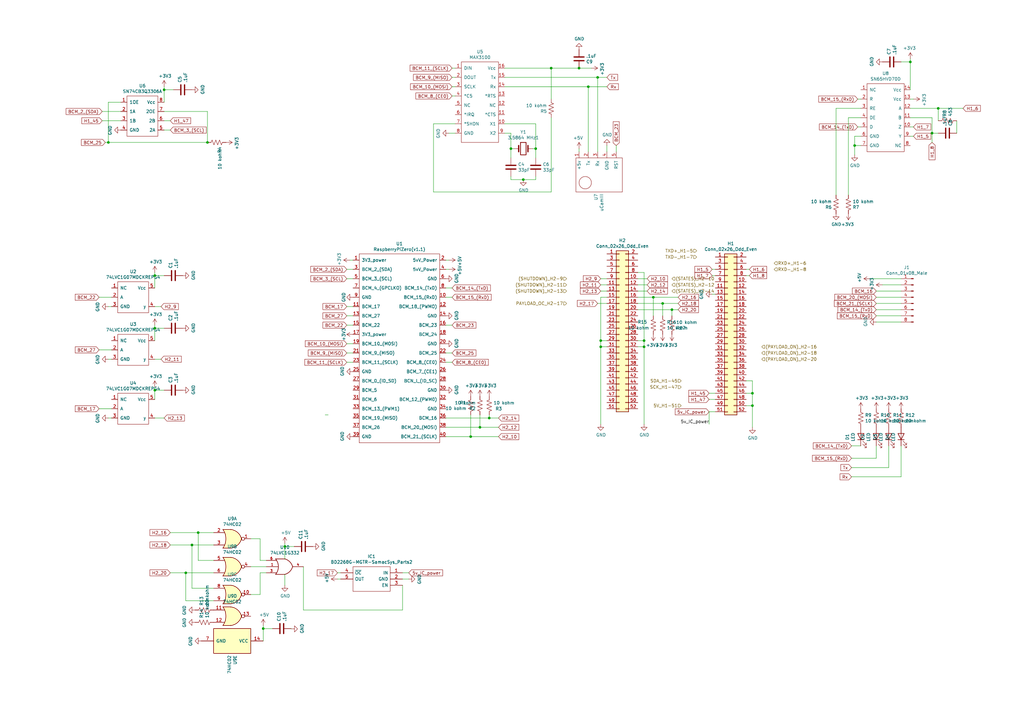
<source format=kicad_sch>
(kicad_sch (version 20211123) (generator eeschema)
  (paper "A3")
  (junction (at 196.85 175.26))
  (junction (at 241.3 35.56))
  (junction (at 382.27 54.61))
  (junction (at 219.71 60.96))
  (junction (at 237.49 27.94))
  (junction (at 116.84 224.155))
  (junction (at 308.61 161.29))
  (junction (at 275.59 127))
  (junction (at 350.52 59.69))
  (junction (at 373.38 25.4))
  (junction (at 200.66 171.45))
  (junction (at 63.5 134.62))
  (junction (at 384.81 44.45))
  (junction (at 246.38 139.7))
  (junction (at 308.61 166.37))
  (junction (at 271.78 124.46))
  (junction (at 78.74 223.52))
  (junction (at 193.04 179.07))
  (junction (at 226.06 27.94))
  (junction (at 67.31 36.83))
  (junction (at 267.97 121.92))
  (junction (at 63.5 160.02))
  (junction (at 81.28 218.44))
  (junction (at 85.09 58.42))
  (junction (at 44.45 58.42))
  (junction (at 264.16 142.24))
  (junction (at 209.55 60.96))
  (junction (at 63.5 113.03))
  (junction (at 76.2 234.95))
  (junction (at 264.16 139.7))
  (junction (at 107.95 257.81))
  (junction (at 214.63 73.66))
  (junction (at 245.11 31.75))
  (junction (at 246.38 142.24))
  (wire (pts (xy 107.95 257.81) (xy 107.95 262.89)))
  (wire (pts (xy 63.5 113.03) (xy 63.5 111.76)))
  (wire (pts (xy 78.74 241.3) (xy 87.63 241.3)))
  (wire (pts (xy 142.24 110.49) (xy 144.78 110.49)))
  (wire (pts (xy 359.41 121.92) (xy 369.57 121.92)))
  (wire (pts (xy 242.57 27.94) (xy 237.49 27.94)))
  (wire (pts (xy 67.31 36.83) (xy 71.12 36.83)))
  (wire (pts (xy 116.84 229.235) (xy 116.84 224.155)))
  (wire (pts (xy 351.79 52.07) (xy 353.06 52.07)))
  (wire (pts (xy 369.57 195.58) (xy 369.57 182.88)))
  (wire (pts (xy 382.27 48.26) (xy 382.27 54.61)))
  (wire (pts (xy 186.69 50.8) (xy 177.8 50.8)))
  (wire (pts (xy 342.9 44.45) (xy 353.06 44.45)))
  (wire (pts (xy 63.5 113.03) (xy 67.31 113.03)))
  (wire (pts (xy 210.82 60.96) (xy 209.55 60.96)))
  (wire (pts (xy 349.25 187.96) (xy 359.41 187.96)))
  (wire (pts (xy 193.04 170.18) (xy 193.04 179.07)))
  (wire (pts (xy 142.24 144.78) (xy 144.78 144.78)))
  (wire (pts (xy 209.55 73.66) (xy 209.55 72.39)))
  (wire (pts (xy 44.45 125.73) (xy 45.72 125.73)))
  (wire (pts (xy 248.92 139.7) (xy 246.38 139.7)))
  (wire (pts (xy 207.01 50.8) (xy 219.71 50.8)))
  (wire (pts (xy 209.55 54.61) (xy 207.01 54.61)))
  (wire (pts (xy 306.07 110.49) (xy 307.34 110.49)))
  (wire (pts (xy 76.2 234.95) (xy 87.63 234.95)))
  (wire (pts (xy 246.38 139.7) (xy 246.38 142.24)))
  (wire (pts (xy 261.62 142.24) (xy 264.16 142.24)))
  (wire (pts (xy 67.31 45.72) (xy 85.09 45.72)))
  (wire (pts (xy 306.07 113.03) (xy 307.34 113.03)))
  (wire (pts (xy 207.01 27.94) (xy 226.06 27.94)))
  (wire (pts (xy 350.52 55.88) (xy 350.52 59.69)))
  (wire (pts (xy 382.27 54.61) (xy 382.27 58.42)))
  (wire (pts (xy 119.38 257.81) (xy 119.507 257.937)))
  (wire (pts (xy 193.04 179.07) (xy 204.47 179.07)))
  (wire (pts (xy 196.85 175.26) (xy 204.47 175.26)))
  (wire (pts (xy 248.92 142.24) (xy 246.38 142.24)))
  (wire (pts (xy 44.45 41.91) (xy 49.53 41.91)))
  (wire (pts (xy 359.41 119.38) (xy 369.57 119.38)))
  (wire (pts (xy 142.24 148.59) (xy 144.78 148.59)))
  (wire (pts (xy 290.83 163.83) (xy 293.37 163.83)))
  (wire (pts (xy 241.3 35.56) (xy 241.3 62.23)))
  (wire (pts (xy 76.2 234.95) (xy 76.2 246.38)))
  (wire (pts (xy 116.84 224.155) (xy 116.84 222.885)))
  (wire (pts (xy 384.81 44.45) (xy 384.81 49.53)))
  (wire (pts (xy 102.87 232.41) (xy 109.22 232.41)))
  (wire (pts (xy 182.88 121.92) (xy 185.42 121.92)))
  (wire (pts (xy 350.52 59.69) (xy 350.52 63.5)))
  (wire (pts (xy 185.42 31.75) (xy 186.69 31.75)))
  (wire (pts (xy 200.66 171.45) (xy 204.47 171.45)))
  (wire (pts (xy 342.9 80.01) (xy 342.9 44.45)))
  (wire (pts (xy 271.78 124.46) (xy 278.13 124.46)))
  (wire (pts (xy 275.59 127) (xy 278.13 127)))
  (wire (pts (xy 373.38 25.4) (xy 373.38 36.83)))
  (wire (pts (xy 275.59 127) (xy 275.59 129.54)))
  (wire (pts (xy 264.16 142.24) (xy 264.16 173.99)))
  (wire (pts (xy 209.55 60.96) (xy 209.55 64.77)))
  (wire (pts (xy 138.43 234.95) (xy 139.7 234.95)))
  (wire (pts (xy 209.55 54.61) (xy 209.55 60.96)))
  (wire (pts (xy 219.71 72.39) (xy 219.71 73.66)))
  (wire (pts (xy 67.31 53.34) (xy 69.85 53.34)))
  (wire (pts (xy 359.41 127) (xy 369.57 127)))
  (wire (pts (xy 44.45 147.32) (xy 45.72 147.32)))
  (wire (pts (xy 306.07 166.37) (xy 308.61 166.37)))
  (wire (pts (xy 261.62 124.46) (xy 271.78 124.46)))
  (wire (pts (xy 290.83 168.91) (xy 290.83 173.99)))
  (wire (pts (xy 63.5 125.73) (xy 66.04 125.73)))
  (wire (pts (xy 69.85 234.95) (xy 76.2 234.95)))
  (wire (pts (xy 359.41 124.46) (xy 369.57 124.46)))
  (wire (pts (xy 40.64 143.51) (xy 45.72 143.51)))
  (wire (pts (xy 124.46 250.19) (xy 165.1 250.19)))
  (wire (pts (xy 182.88 144.78) (xy 185.42 144.78)))
  (wire (pts (xy 78.74 223.52) (xy 87.63 223.52)))
  (wire (pts (xy 207.01 35.56) (xy 241.3 35.56)))
  (wire (pts (xy 292.1 113.03) (xy 293.37 113.03)))
  (wire (pts (xy 165.1 250.19) (xy 165.1 240.03)))
  (wire (pts (xy 246.38 116.84) (xy 248.92 116.84)))
  (wire (pts (xy 246.38 119.38) (xy 248.92 119.38)))
  (wire (pts (xy 81.28 218.44) (xy 81.28 229.87)))
  (wire (pts (xy 185.42 39.37) (xy 186.69 39.37)))
  (wire (pts (xy 384.81 44.45) (xy 394.97 44.45)))
  (wire (pts (xy 267.97 121.92) (xy 267.97 129.54)))
  (wire (pts (xy 182.88 175.26) (xy 196.85 175.26)))
  (wire (pts (xy 237.49 60.96) (xy 237.49 62.23)))
  (wire (pts (xy 353.06 59.69) (xy 350.52 59.69)))
  (wire (pts (xy 67.31 49.53) (xy 69.85 49.53)))
  (wire (pts (xy 292.1 120.65) (xy 293.37 120.65)))
  (wire (pts (xy 81.28 229.87) (xy 87.63 229.87)))
  (wire (pts (xy 392.43 49.53) (xy 392.43 54.61)))
  (wire (pts (xy 124.46 232.41) (xy 124.46 250.19)))
  (wire (pts (xy 219.71 50.8) (xy 219.71 60.96)))
  (wire (pts (xy 40.64 121.92) (xy 45.72 121.92)))
  (wire (pts (xy 177.8 78.74) (xy 226.06 78.74)))
  (wire (pts (xy 142.24 129.54) (xy 144.78 129.54)))
  (wire (pts (xy 373.38 25.4) (xy 369.57 25.4)))
  (wire (pts (xy 116.84 235.585) (xy 116.84 240.03)))
  (wire (pts (xy 44.45 58.42) (xy 44.45 41.91)))
  (wire (pts (xy 142.24 114.3) (xy 144.78 114.3)))
  (wire (pts (xy 200.66 170.18) (xy 200.66 171.45)))
  (wire (pts (xy 78.74 223.52) (xy 78.74 241.3)))
  (wire (pts (xy 373.38 48.26) (xy 382.27 48.26)))
  (wire (pts (xy 252.73 59.69) (xy 252.73 62.23)))
  (wire (pts (xy 134.62 170.18) (xy 133.35 170.18)))
  (wire (pts (xy 306.07 156.21) (xy 308.61 156.21)))
  (wire (pts (xy 364.49 191.77) (xy 364.49 182.88)))
  (wire (pts (xy 184.15 54.61) (xy 186.69 54.61)))
  (wire (pts (xy 69.85 218.44) (xy 81.28 218.44)))
  (wire (pts (xy 63.5 139.7) (xy 63.5 134.62)))
  (wire (pts (xy 261.62 139.7) (xy 264.16 139.7)))
  (wire (pts (xy 347.98 80.01) (xy 347.98 48.26)))
  (wire (pts (xy 261.62 111.76) (xy 264.16 111.76)))
  (wire (pts (xy 373.38 25.4) (xy 373.38 24.13)))
  (wire (pts (xy 63.5 118.11) (xy 63.5 113.03)))
  (wire (pts (xy 353.06 55.88) (xy 350.52 55.88)))
  (wire (pts (xy 76.2 246.38) (xy 87.63 246.38)))
  (wire (pts (xy 185.42 35.56) (xy 186.69 35.56)))
  (wire (pts (xy 349.25 182.88) (xy 353.06 182.88)))
  (wire (pts (xy 359.41 129.54) (xy 369.57 129.54)))
  (wire (pts (xy 248.92 59.69) (xy 248.92 62.23)))
  (wire (pts (xy 226.06 27.94) (xy 237.49 27.94)))
  (wire (pts (xy 85.09 45.72) (xy 85.09 58.42)))
  (wire (pts (xy 267.97 121.92) (xy 278.13 121.92)))
  (wire (pts (xy 63.5 171.45) (xy 67.31 171.45)))
  (wire (pts (xy 351.79 40.64) (xy 353.06 40.64)))
  (wire (pts (xy 226.06 27.94) (xy 226.06 40.64)))
  (wire (pts (xy 248.92 121.92) (xy 246.38 121.92)))
  (wire (pts (xy 41.91 45.72) (xy 49.53 45.72)))
  (wire (pts (xy 245.11 31.75) (xy 248.92 31.75)))
  (wire (pts (xy 347.98 48.26) (xy 353.06 48.26)))
  (wire (pts (xy 261.62 116.84) (xy 265.43 116.84)))
  (wire (pts (xy 218.44 60.96) (xy 219.71 60.96)))
  (wire (pts (xy 63.5 134.62) (xy 63.5 133.35)))
  (wire (pts (xy 139.7 237.49) (xy 138.43 237.49)))
  (wire (pts (xy 290.83 168.91) (xy 293.37 168.91)))
  (wire (pts (xy 207.01 31.75) (xy 245.11 31.75)))
  (wire (pts (xy 182.88 171.45) (xy 200.66 171.45)))
  (wire (pts (xy 356.87 114.3) (xy 369.57 114.3)))
  (wire (pts (xy 107.95 257.81) (xy 111.76 257.81)))
  (wire (pts (xy 226.06 48.26) (xy 226.06 78.74)))
  (wire (pts (xy 182.88 110.49) (xy 184.15 110.49)))
  (wire (pts (xy 43.18 58.42) (xy 44.45 58.42)))
  (wire (pts (xy 261.62 127) (xy 275.59 127)))
  (wire (pts (xy 41.91 49.53) (xy 49.53 49.53)))
  (wire (pts (xy 246.38 114.3) (xy 248.92 114.3)))
  (wire (pts (xy 373.38 40.64) (xy 374.65 40.64)))
  (wire (pts (xy 177.8 50.8) (xy 177.8 78.74)))
  (wire (pts (xy 69.85 223.52) (xy 78.74 223.52)))
  (wire (pts (xy 246.38 121.92) (xy 246.38 139.7)))
  (wire (pts (xy 264.16 139.7) (xy 264.16 142.24)))
  (wire (pts (xy 67.31 36.83) (xy 67.31 35.56)))
  (wire (pts (xy 63.5 160.02) (xy 63.5 158.75)))
  (wire (pts (xy 182.88 133.35) (xy 185.42 133.35)))
  (wire (pts (xy 196.85 170.18) (xy 196.85 175.26)))
  (wire (pts (xy 292.1 110.49) (xy 293.37 110.49)))
  (wire (pts (xy 359.41 132.08) (xy 369.57 132.08)))
  (wire (pts (xy 246.38 142.24) (xy 246.38 173.99)))
  (wire (pts (xy 63.5 160.02) (xy 67.31 160.02)))
  (wire (pts (xy 116.84 224.155) (xy 120.65 224.155)))
  (wire (pts (xy 142.24 125.73) (xy 144.78 125.73)))
  (wire (pts (xy 271.78 124.46) (xy 271.78 129.54)))
  (wire (pts (xy 214.63 73.66) (xy 209.55 73.66)))
  (wire (pts (xy 373.38 52.07) (xy 374.65 52.07)))
  (wire (pts (xy 102.87 220.98) (xy 106.68 220.98)))
  (wire (pts (xy 308.61 156.21) (xy 308.61 161.29)))
  (wire (pts (xy 106.68 220.98) (xy 106.68 229.87)))
  (wire (pts (xy 361.95 116.84) (xy 369.57 116.84)))
  (wire (pts (xy 81.28 218.44) (xy 87.63 218.44)))
  (wire (pts (xy 308.61 161.29) (xy 308.61 166.37)))
  (wire (pts (xy 102.87 243.84) (xy 106.68 243.84)))
  (wire (pts (xy 40.64 167.64) (xy 45.72 167.64)))
  (wire (pts (xy 382.27 54.61) (xy 384.81 54.61)))
  (wire (pts (xy 185.42 27.94) (xy 186.69 27.94)))
  (wire (pts (xy 182.88 148.59) (xy 185.42 148.59)))
  (wire (pts (xy 261.62 121.92) (xy 267.97 121.92)))
  (wire (pts (xy 308.61 166.37) (xy 308.61 175.26)))
  (wire (pts (xy 63.5 134.62) (xy 67.31 134.62)))
  (wire (pts (xy 107.95 257.81) (xy 107.95 256.54)))
  (wire (pts (xy 106.68 234.95) (xy 109.22 234.95)))
  (wire (pts (xy 182.88 106.68) (xy 184.15 106.68)))
  (wire (pts (xy 167.64 237.49) (xy 165.1 237.49)))
  (wire (pts (xy 165.1 234.95) (xy 167.64 234.95)))
  (wire (pts (xy 359.41 187.96) (xy 359.41 182.88)))
  (wire (pts (xy 182.88 179.07) (xy 193.04 179.07)))
  (wire (pts (xy 245.11 31.75) (xy 245.11 62.23)))
  (wire (pts (xy 106.68 243.84) (xy 106.68 234.95)))
  (wire (pts (xy 63.5 147.32) (xy 66.04 147.32)))
  (wire (pts (xy 245.11 124.46) (xy 248.92 124.46)))
  (wire (pts (xy 142.24 133.35) (xy 144.78 133.35)))
  (wire (pts (xy 44.45 171.45) (xy 45.72 171.45)))
  (wire (pts (xy 306.07 161.29) (xy 308.61 161.29)))
  (wire (pts (xy 63.5 163.83) (xy 63.5 160.02)))
  (wire (pts (xy 142.24 140.97) (xy 144.78 140.97)))
  (wire (pts (xy 349.25 195.58) (xy 369.57 195.58)))
  (wire (pts (xy 85.09 58.42) (xy 44.45 58.42)))
  (wire (pts (xy 373.38 44.45) (xy 384.81 44.45)))
  (wire (pts (xy 261.62 114.3) (xy 265.43 114.3)))
  (wire (pts (xy 349.25 191.77) (xy 364.49 191.77)))
  (wire (pts (xy 219.71 60.96) (xy 219.71 64.77)))
  (wire (pts (xy 106.68 229.87) (xy 109.22 229.87)))
  (wire (pts (xy 182.88 118.11) (xy 185.42 118.11)))
  (wire (pts (xy 290.83 161.29) (xy 293.37 161.29)))
  (wire (pts (xy 241.3 35.56) (xy 248.92 35.56)))
  (wire (pts (xy 67.31 41.91) (xy 67.31 36.83)))
  (wire (pts (xy 374.65 55.88) (xy 373.38 55.88)))
  (wire (pts (xy 264.16 111.76) (xy 264.16 139.7)))
  (wire (pts (xy 219.71 73.66) (xy 214.63 73.66)))
  (wire (pts (xy 144.78 106.68) (xy 143.51 106.68)))
  (wire (pts (xy 261.62 119.38) (xy 265.43 119.38)))
  (label "5v_IC_power" (at 290.83 173.99 180))
  (global_label "BCM_14_(TxD)" (shape input) (at 359.41 127 180) (property "Intersheet References" "${INTERSHEET_REFS}" (effects hide)))
  (global_label "Rx" (shape input) (at 349.25 195.58 180) (property "Intersheet References" "${INTERSHEET_REFS}" (effects hide)))
  (global_label "BCM_22" (shape input) (at 40.64 121.92 180) (property "Intersheet References" "${INTERSHEET_REFS}" (effects hide)))
  (global_label "Rx" (shape input) (at 248.92 35.56 0) (property "Intersheet References" "${INTERSHEET_REFS}" (effects hide)))
  (global_label "H2_17" (shape input) (at 245.11 124.46 180) (property "Intersheet References" "${INTERSHEET_REFS}" (effects hide)))
  (global_label "H1_7" (shape input) (at 292.1 113.03 180) (property "Intersheet References" "${INTERSHEET_REFS}" (effects hide)))
  (global_label "H2_13" (shape input) (at 67.31 171.45 0) (property "Intersheet References" "${INTERSHEET_REFS}" (effects hide)))
  (global_label "H2_10" (shape input) (at 265.43 114.3 0) (property "Intersheet References" "${INTERSHEET_REFS}" (effects hide)))
  (global_label "H1_45" (shape input) (at 290.83 161.29 180) (property "Intersheet References" "${INTERSHEET_REFS}" (effects hide)))
  (global_label "H1_8" (shape input) (at 382.27 58.42 270) (property "Intersheet References" "${INTERSHEET_REFS}" (effects hide)))
  (global_label "BCM_14_(TxD)" (shape input) (at 185.42 118.11 0) (property "Intersheet References" "${INTERSHEET_REFS}" (effects hide)))
  (global_label "H1_8" (shape input) (at 307.34 113.03 0) (property "Intersheet References" "${INTERSHEET_REFS}" (effects hide)))
  (global_label "H2_12" (shape input) (at 265.43 116.84 0) (property "Intersheet References" "${INTERSHEET_REFS}" (effects hide)))
  (global_label "H2_12" (shape input) (at 204.47 175.26 0) (property "Intersheet References" "${INTERSHEET_REFS}" (effects hide)))
  (global_label "BCM_17" (shape input) (at 142.24 125.73 180) (property "Intersheet References" "${INTERSHEET_REFS}" (effects hide)))
  (global_label "H2_16" (shape input) (at 278.13 121.92 0) (property "Intersheet References" "${INTERSHEET_REFS}" (effects hide)))
  (global_label "H2_11" (shape input) (at 66.04 147.32 0) (property "Intersheet References" "${INTERSHEET_REFS}" (effects hide)))
  (global_label "BCM_10_(MOSI)" (shape input) (at 142.24 140.97 180) (property "Intersheet References" "${INTERSHEET_REFS}" (effects hide)))
  (global_label "H1_47" (shape input) (at 290.83 163.83 180) (property "Intersheet References" "${INTERSHEET_REFS}" (effects hide)))
  (global_label "BCM_11_(SCLK)" (shape input) (at 142.24 148.59 180) (property "Intersheet References" "${INTERSHEET_REFS}" (effects hide)))
  (global_label "Tx" (shape input) (at 349.25 191.77 180) (property "Intersheet References" "${INTERSHEET_REFS}" (effects hide)))
  (global_label "H1_6" (shape input) (at 394.97 44.45 0) (property "Intersheet References" "${INTERSHEET_REFS}" (effects hide)))
  (global_label "BCM_21_(SCLK)" (shape input) (at 359.41 124.46 180) (property "Intersheet References" "${INTERSHEET_REFS}" (effects hide)))
  (global_label "BCM_25" (shape input) (at 43.18 58.42 180) (property "Intersheet References" "${INTERSHEET_REFS}" (effects hide)))
  (global_label "BCM_14_(TxD)" (shape input) (at 351.79 52.07 180) (property "Intersheet References" "${INTERSHEET_REFS}" (effects hide)))
  (global_label "H2_9" (shape input) (at 66.04 125.73 0) (property "Intersheet References" "${INTERSHEET_REFS}" (effects hide)))
  (global_label "BCM_9_(MISO)" (shape input) (at 185.42 31.75 180) (property "Intersheet References" "${INTERSHEET_REFS}" (effects hide)))
  (global_label "H1_5" (shape input) (at 374.65 55.88 0) (property "Intersheet References" "${INTERSHEET_REFS}" (effects hide)))
  (global_label "H1_5" (shape input) (at 292.1 110.49 180) (property "Intersheet References" "${INTERSHEET_REFS}" (effects hide)))
  (global_label "5v_IC_power" (shape input) (at 167.64 234.95 0) (property "Intersheet References" "${INTERSHEET_REFS}" (effects hide)))
  (global_label "BCM_23" (shape input) (at 185.42 133.35 0) (property "Intersheet References" "${INTERSHEET_REFS}" (effects hide)))
  (global_label "BCM_10_(MOSI)" (shape input) (at 185.42 35.56 180) (property "Intersheet References" "${INTERSHEET_REFS}" (effects hide)))
  (global_label "H1_6" (shape input) (at 307.34 110.49 0) (property "Intersheet References" "${INTERSHEET_REFS}" (effects hide)))
  (global_label "BCM_3_(SCL)" (shape input) (at 69.85 53.34 0) (property "Intersheet References" "${INTERSHEET_REFS}" (effects hide)))
  (global_label "H2_20" (shape input) (at 278.13 127 0) (property "Intersheet References" "${INTERSHEET_REFS}" (effects hide)))
  (global_label "H2_18" (shape input) (at 278.13 124.46 0) (property "Intersheet References" "${INTERSHEET_REFS}" (effects hide)))
  (global_label "BCM_20_(MOSI)" (shape input) (at 359.41 121.92 180) (property "Intersheet References" "${INTERSHEET_REFS}" (effects hide)))
  (global_label "BCM_14_(TxD)" (shape input) (at 349.25 182.88 180) (property "Intersheet References" "${INTERSHEET_REFS}" (effects hide)))
  (global_label "BCM_25" (shape input) (at 185.42 144.78 0) (property "Intersheet References" "${INTERSHEET_REFS}" (effects hide)))
  (global_label "H2_17" (shape input) (at 138.43 234.95 180) (property "Intersheet References" "${INTERSHEET_REFS}" (effects hide)))
  (global_label "H1_7" (shape input) (at 374.65 52.07 0) (property "Intersheet References" "${INTERSHEET_REFS}" (effects hide)))
  (global_label "BCM_2_(SDA)" (shape input) (at 142.24 110.49 180) (property "Intersheet References" "${INTERSHEET_REFS}" (effects hide)))
  (global_label "H2_18" (shape input) (at 69.85 223.52 180) (property "Intersheet References" "${INTERSHEET_REFS}" (effects hide)))
  (global_label "H2_13" (shape input) (at 246.38 119.38 180) (property "Intersheet References" "${INTERSHEET_REFS}" (effects hide)))
  (global_label "H2_10" (shape input) (at 204.47 179.07 0) (property "Intersheet References" "${INTERSHEET_REFS}" (effects hide)))
  (global_label "BCM_8_(CE0)" (shape input) (at 185.42 148.59 0) (property "Intersheet References" "${INTERSHEET_REFS}" (effects hide)))
  (global_label "H2_9" (shape input) (at 246.38 114.3 180) (property "Intersheet References" "${INTERSHEET_REFS}" (effects hide)))
  (global_label "BCM_15_(RxD)" (shape input) (at 185.42 121.92 0) (property "Intersheet References" "${INTERSHEET_REFS}" (effects hide)))
  (global_label "BCM_15_(RxD)" (shape input) (at 359.41 129.54 180) (property "Intersheet References" "${INTERSHEET_REFS}" (effects hide)))
  (global_label "BCM_11_(SCLK)" (shape input) (at 185.42 27.94 180) (property "Intersheet References" "${INTERSHEET_REFS}" (effects hide)))
  (global_label "Tx" (shape input) (at 248.92 31.75 0) (property "Intersheet References" "${INTERSHEET_REFS}" (effects hide)))
  (global_label "BCM_17" (shape input) (at 40.64 167.64 180) (property "Intersheet References" "${INTERSHEET_REFS}" (effects hide)))
  (global_label "BCM_22" (shape input) (at 142.24 133.35 180) (property "Intersheet References" "${INTERSHEET_REFS}" (effects hide)))
  (global_label "BCM_8_(CE0)" (shape input) (at 185.42 39.37 180) (property "Intersheet References" "${INTERSHEET_REFS}" (effects hide)))
  (global_label "BCM_2_(SDA)" (shape input) (at 41.91 45.72 180) (property "Intersheet References" "${INTERSHEET_REFS}" (effects hide)))
  (global_label "H2_20" (shape input) (at 69.85 234.95 180) (property "Intersheet References" "${INTERSHEET_REFS}" (effects hide)))
  (global_label "H2_14" (shape input) (at 265.43 119.38 0) (property "Intersheet References" "${INTERSHEET_REFS}" (effects hide)))
  (global_label "H2_14" (shape input) (at 204.47 171.45 0) (property "Intersheet References" "${INTERSHEET_REFS}" (effects hide)))
  (global_label "H1_47" (shape input) (at 69.85 49.53 0) (property "Intersheet References" "${INTERSHEET_REFS}" (effects hide)))
  (global_label "H2_16" (shape input) (at 69.85 218.44 180) (property "Intersheet References" "${INTERSHEET_REFS}" (effects hide)))
  (global_label "H2_11" (shape input) (at 246.38 116.84 180) (property "Intersheet References" "${INTERSHEET_REFS}" (effects hide)))
  (global_label "H1_45" (shape input) (at 41.91 49.53 180) (property "Intersheet References" "${INTERSHEET_REFS}" (effects hide)))
  (global_label "BCM_15_(RxD)" (shape input) (at 349.25 187.96 180) (property "Intersheet References" "${INTERSHEET_REFS}" (effects hide)))
  (global_label "BCM_9_(MISO)" (shape input) (at 142.24 144.78 180) (property "Intersheet References" "${INTERSHEET_REFS}" (effects hide)))
  (global_label "BCM_3_(SCL)" (shape input) (at 142.24 114.3 180) (property "Intersheet References" "${INTERSHEET_REFS}" (effects hide)))
  (global_label "5v_IC_power" (shape input) (at 290.83 168.91 180) (property "Intersheet References" "${INTERSHEET_REFS}" (effects hide)))
  (global_label "BCM_16" (shape input) (at 359.41 119.38 180) (property "Intersheet References" "${INTERSHEET_REFS}" (effects hide)))
  (global_label "BCM_23" (shape input) (at 252.73 59.69 90) (property "Intersheet References" "${INTERSHEET_REFS}" (effects hide)))
  (global_label "BCM_27" (shape input) (at 40.64 143.51 180) (property "Intersheet References" "${INTERSHEET_REFS}" (effects hide)))
  (global_label "BCM_15_(RxD)" (shape input) (at 351.79 40.64 180) (property "Intersheet References" "${INTERSHEET_REFS}" (effects hide)))
  (global_label "BCM_27" (shape input) (at 142.24 129.54 180) (property "Intersheet References" "${INTERSHEET_REFS}" (effects hide)))
  (hierarchical_label "5V_H1-51" (shape input) (at 279.4 166.37 180))
  (hierarchical_label "(SHUTDOWN)_H2-13" (shape input) (at 232.41 119.38 180))
  (hierarchical_label "RXD+_H1-6" (shape input) (at 317.5 107.95 0))
  (hierarchical_label "(SHUTDOWN)_H2-9" (shape input) (at 232.41 114.3 180))
  (hierarchical_label "(STATES)_H2-12" (shape input) (at 275.59 116.84 0))
  (hierarchical_label "(SHUTDOWN)_H2-11" (shape input) (at 232.41 116.84 180))
  (hierarchical_label "TXD+_H1-5" (shape input) (at 285.75 102.87 180))
  (hierarchical_label "(PAYLOAD_ON)_H2-16" (shape input) (at 312.42 142.24 0))
  (hierarchical_label "(PAYLOAD_ON)_H2-20" (shape input) (at 312.42 147.32 0))
  (hierarchical_label "(STATES)_H2-14" (shape input) (at 275.59 119.38 0))
  (hierarchical_label "(PAYLOAD_ON)_H2-18" (shape input) (at 312.42 144.78 0))
  (hierarchical_label "TXD-_H1-7" (shape input) (at 285.75 105.41 180))
  (hierarchical_label "SDA_H1-45" (shape input) (at 279.4 156.21 180))
  (hierarchical_label "RXD-_H1-8" (shape input) (at 317.5 110.49 0))
  (hierarchical_label "(STATES)_H2-10" (shape input) (at 275.59 114.3 0))
  (hierarchical_label "PAYLOAD_OC_H2-17" (shape input) (at 232.41 124.46 180))
  (hierarchical_label "SCK_H1-47" (shape input) (at 279.4 158.75 180))
  (symbol (lib_id "Library_no_delete:74LVC1G07MDCKREPG4") (at 57.15 113.03 0) (unit 1)
    (property "Reference" "U2" (at 54.61 111.379 0))
    (property "Value" "74LVC1G07MDCKREPG4" (at 54.61 113.6904 0))
    (property "Footprint" "Package_TO_SOT_SMD:SOT-353_SC-70-5" (effects hide))
  )
  (symbol (lib_id "SilverSat_symbols:SN65HVD70D") (at 360.68 30.48 0) (unit 1)
    (property "Reference" "U8" (at 363.22 30.099 0))
    (property "Value" "SN65HVD70D" (at 363.22 32.4104 0))
    (property "Footprint" "Package_SO:SOIC-14_3.9x8.7mm_P1.27mm" (effects hide))
  )
  (symbol (lib_id "SilverSat_symbols:MAX3100") (at 194.31 24.13 0) (unit 1)
    (property "Reference" "U5" (at 196.85 21.209 0))
    (property "Value" "MAX3100" (at 196.85 23.5204 0))
    (property "Footprint" "Package_SO:QSOP-16_3.9x4.9mm_P0.635mm" (effects hide))
  )
  (symbol (lib_id "SilverSat_symbols:uCamIII") (at 234.95 62.23 90) (mirror x) (unit 1)
    (property "Reference" "U7" (at 244.4496 79.4512 0) (effects (justify left)))
    (property "Value" "uCamIII" (at 246.761 79.4512 0) (effects (justify left)))
    (property "Footprint" "Silversat special parts:UCAM-III" (effects hide))
  )
  (symbol (lib_id "SilverSat_symbols:SN74CB3Q3306A") (at 57.15 35.56 0) (unit 1)
    (property "Reference" "U6" (at 58.42 35.179 0))
    (property "Value" "SN74CB3Q3306A" (at 58.42 37.4904 0))
    (property "Footprint" "Package_SO:TSSOP-8_4.4x3mm_P0.65mm" (effects hide))
  )
  (symbol (lib_id "Connector_Generic:Conn_02x26_Odd_Even") (at 254 134.62 0) (unit 1)
    (property "Reference" "H2" (at 255.27 98.6282 0))
    (property "Value" "Conn_02x26_Odd_Even" (at 255.27 100.9396 0))
    (property "Footprint" "SilverSat_footprints:TheBus2x26" (effects hide))
  )
  (symbol (lib_id "Connector_Generic:Conn_02x26_Odd_Even") (at 298.45 135.89 0) (unit 1)
    (property "Reference" "H1" (at 299.72 99.8982 0))
    (property "Value" "Conn_02x26_Odd_Even" (at 299.72 102.2096 0))
    (property "Footprint" "SilverSat_footprints:TheBus2x26" (effects hide))
  )
  (symbol (lib_id "Library_no_delete:74LVC1G07MDCKREPG4") (at 57.15 134.62 0) (unit 1)
    (property "Reference" "U3" (at 54.61 132.969 0))
    (property "Value" "74LVC1G07MDCKREPG4" (at 54.61 135.2804 0))
    (property "Footprint" "Package_TO_SOT_SMD:SOT-353_SC-70-5" (effects hide))
  )
  (symbol (lib_id "power:+3.3V") (at 92.71 58.42 270) (unit 1)
    (property "Reference" "#PWR0129" (effects hide))
    (property "Value" "+3.3V" (at 97.1042 58.801 0))
  )
  (symbol (lib_id "power:+5V") (at 237.49 60.96 0) (mirror y) (unit 1)
    (property "Reference" "#PWR0127" (effects hide))
    (property "Value" "+5V" (at 237.109 56.5658 0))
  )
  (symbol (lib_id "power:GND") (at 167.64 237.49 90) (mirror x) (unit 1)
    (property "Reference" "#PWR0128" (effects hide))
    (property "Value" "GND" (at 172.0342 237.617 0))
  )
  (symbol (lib_id "power:+3.3V") (at 143.51 106.68 90) (unit 1)
    (property "Reference" "#PWR01" (effects hide))
    (property "Value" "+3.3V" (at 139.1158 106.299 0))
  )
  (symbol (lib_id "power:+5V") (at 184.15 106.68 270) (unit 1)
    (property "Reference" "#PWR010" (effects hide))
    (property "Value" "+5V" (at 188.5442 107.061 0))
  )
  (symbol (lib_id "SilverSat_symbols:RaspberryPiZero(v1.1)") (at 160.02 101.6 0) (unit 1)
    (property "Reference" "U1" (at 163.83 99.949 0))
    (property "Value" "RaspberryPiZero(v1.1)" (at 163.83 102.2604 0))
    (property "Footprint" "Module:Raspberry_Pi_Zero_Socketed_THT_FaceDown_MountingHoles" (effects hide))
  )
  (symbol (lib_id "Device:C") (at 71.12 160.02 90) (unit 1)
    (property "Reference" "C3" (at 69.9516 157.099 0) (effects (justify left)))
    (property "Value" ".1uF" (at 72.263 157.099 0) (effects (justify left)))
    (property "Footprint" "Capacitor_SMD:C_0603_1608Metric" (effects hide))
  )
  (symbol (lib_id "Device:C") (at 71.12 113.03 90) (unit 1)
    (property "Reference" "C1" (at 69.9516 110.109 0) (effects (justify left)))
    (property "Value" ".1uF" (at 72.263 110.109 0) (effects (justify left)))
    (property "Footprint" "Capacitor_SMD:C_0603_1608Metric" (effects hide))
  )
  (symbol (lib_id "power:GND") (at 49.53 53.34 270) (unit 1)
    (property "Reference" "#PWR0130" (effects hide))
    (property "Value" "GND" (at 45.1358 53.467 0))
  )
  (symbol (lib_id "power:+5V") (at 184.15 110.49 270) (unit 1)
    (property "Reference" "#PWR011" (effects hide))
    (property "Value" "+5V" (at 188.5442 110.871 0))
  )
  (symbol (lib_id "power:+3.3V") (at 144.78 137.16 90) (unit 1)
    (property "Reference" "#PWR03" (effects hide))
    (property "Value" "+3.3V" (at 140.97 137.16 0))
  )
  (symbol (lib_id "Device:C") (at 71.12 134.62 90) (unit 1)
    (property "Reference" "C2" (at 69.9516 131.699 0) (effects (justify left)))
    (property "Value" ".1uF" (at 72.263 131.699 0) (effects (justify left)))
    (property "Footprint" "Capacitor_SMD:C_0603_1608Metric" (effects hide))
  )
  (symbol (lib_id "power:GND") (at 246.38 173.99 0) (unit 1)
    (property "Reference" "#PWR0101" (effects hide))
    (property "Value" "GND" (at 246.507 178.3842 0))
  )
  (symbol (lib_id "power:GND") (at 264.16 173.99 0) (unit 1)
    (property "Reference" "#PWR0102" (effects hide))
    (property "Value" "GND" (at 264.287 178.3842 0))
  )
  (symbol (lib_id "Device:C") (at 365.76 25.4 90) (unit 1)
    (property "Reference" "C7" (at 364.5916 22.479 0) (effects (justify left)))
    (property "Value" ".1uF" (at 366.903 22.479 0) (effects (justify left)))
    (property "Footprint" "Capacitor_SMD:C_0603_1608Metric" (effects hide))
  )
  (symbol (lib_id "power:+3.3V") (at 193.04 162.56 0) (unit 1)
    (property "Reference" "#PWR0103" (effects hide))
    (property "Value" "+3.3V" (at 193.421 158.1658 0))
  )
  (symbol (lib_id "power:+3.3V") (at 200.66 162.56 0) (unit 1)
    (property "Reference" "#PWR0104" (effects hide))
    (property "Value" "+3.3V" (at 201.041 158.1658 0))
  )
  (symbol (lib_id "power:+3.3V") (at 196.85 162.56 0) (unit 1)
    (property "Reference" "#PWR0105" (effects hide))
    (property "Value" "+3.3V" (at 197.231 158.1658 0))
  )
  (symbol (lib_id "power:+3.3V") (at 63.5 111.76 0) (unit 1)
    (property "Reference" "#PWR0106" (effects hide))
    (property "Value" "+3.3V" (at 63.881 107.3658 0))
  )
  (symbol (lib_id "power:+3.3V") (at 63.5 133.35 0) (unit 1)
    (property "Reference" "#PWR0107" (effects hide))
    (property "Value" "+3.3V" (at 63.881 128.9558 0))
  )
  (symbol (lib_id "power:+3.3V") (at 63.5 158.75 0) (unit 1)
    (property "Reference" "#PWR0108" (effects hide))
    (property "Value" "+3.3V" (at 63.881 154.3558 0))
  )
  (symbol (lib_id "power:GND") (at 44.45 171.45 270) (unit 1)
    (property "Reference" "#PWR0109" (effects hide))
    (property "Value" "GND" (at 40.0558 171.577 0))
  )
  (symbol (lib_id "Device:C") (at 388.62 54.61 270) (mirror x) (unit 1)
    (property "Reference" "C8" (at 389.7884 51.689 0) (effects (justify left)))
    (property "Value" ".1uF" (at 387.477 51.689 0) (effects (justify left)))
    (property "Footprint" "Capacitor_SMD:C_0603_1608Metric" (effects hide))
  )
  (symbol (lib_id "power:GND") (at 44.45 147.32 270) (unit 1)
    (property "Reference" "#PWR0110" (effects hide))
    (property "Value" "GND" (at 40.0558 147.447 0))
  )
  (symbol (lib_id "power:GND") (at 44.45 125.73 270) (unit 1)
    (property "Reference" "#PWR0111" (effects hide))
    (property "Value" "GND" (at 40.0558 125.857 0))
  )
  (symbol (lib_id "power:GND") (at 74.93 160.02 90) (unit 1)
    (property "Reference" "#PWR0112" (effects hide))
    (property "Value" "GND" (at 79.3242 159.893 0))
  )
  (symbol (lib_id "power:GND") (at 74.93 134.62 90) (unit 1)
    (property "Reference" "#PWR0113" (effects hide))
    (property "Value" "GND" (at 79.3242 134.493 0))
  )
  (symbol (lib_id "power:GND") (at 74.93 113.03 90) (unit 1)
    (property "Reference" "#PWR0114" (effects hide))
    (property "Value" "GND" (at 79.3242 112.903 0))
  )
  (symbol (lib_id "power:+3.3V") (at 373.38 24.13 0) (mirror y) (unit 1)
    (property "Reference" "#PWR0125" (effects hide))
    (property "Value" "+3.3V" (at 372.999 19.7358 0))
  )
  (symbol (lib_id "power:+3.3V") (at 374.65 40.64 270) (unit 1)
    (property "Reference" "#PWR0124" (effects hide))
    (property "Value" "+3.3V" (at 379.0442 41.021 0))
  )
  (symbol (lib_id "power:GND") (at 361.95 25.4 270) (mirror x) (unit 1)
    (property "Reference" "#PWR0123" (effects hide))
    (property "Value" "GND" (at 357.5558 25.273 0))
  )
  (symbol (lib_id "Device:C") (at 74.93 36.83 90) (unit 1)
    (property "Reference" "C5" (at 73.7616 33.909 0) (effects (justify left)))
    (property "Value" ".1uF" (at 76.073 33.909 0) (effects (justify left)))
    (property "Footprint" "Capacitor_SMD:C_0603_1608Metric" (effects hide))
  )
  (symbol (lib_id "power:GND") (at 350.52 63.5 0) (unit 1)
    (property "Reference" "#PWR0122" (effects hide))
    (property "Value" "GND" (at 350.647 67.8942 0))
  )
  (symbol (lib_id "Device:R_US") (at 347.98 83.82 0) (mirror x) (unit 1)
    (property "Reference" "R7" (at 349.7072 84.9884 0) (effects (justify left)))
    (property "Value" "10 kohm" (at 349.7072 82.677 0) (effects (justify left)))
    (property "Footprint" "Resistor_SMD:R_0603_1608Metric" (effects hide))
  )
  (symbol (lib_id "power:+3.3V") (at 347.98 87.63 180) (unit 1)
    (property "Reference" "#PWR0121" (effects hide))
    (property "Value" "+3.3V" (at 347.599 92.0242 0))
  )
  (symbol (lib_id "power:GND") (at 342.9 87.63 0) (unit 1)
    (property "Reference" "#PWR0120" (effects hide))
    (property "Value" "GND" (at 343.027 92.0242 0))
  )
  (symbol (lib_id "Device:C") (at 209.55 68.58 0) (unit 1)
    (property "Reference" "C4" (at 212.471 67.4116 0) (effects (justify left)))
    (property "Value" "33pF" (at 212.471 69.723 0) (effects (justify left)))
    (property "Footprint" "Capacitor_SMD:C_0603_1608Metric" (effects hide))
  )
  (symbol (lib_id "power:GND") (at 308.61 175.26 0) (unit 1)
    (property "Reference" "#PWR0119" (effects hide))
    (property "Value" "GND" (at 308.737 179.6542 0))
  )
  (symbol (lib_id "power:GND") (at 292.1 120.65 270) (unit 1)
    (property "Reference" "#PWR0118" (effects hide))
    (property "Value" "GND" (at 287.7058 120.777 0))
  )
  (symbol (lib_id "Device:R_US") (at 342.9 83.82 180) (unit 1)
    (property "Reference" "R6" (at 341.1728 84.9884 0) (effects (justify left)))
    (property "Value" "10 kohm" (at 341.1728 82.677 0) (effects (justify left)))
    (property "Footprint" "Resistor_SMD:R_0603_1608Metric" (effects hide))
  )
  (symbol (lib_id "Device:R_US") (at 226.06 44.45 180) (unit 1)
    (property "Reference" "R5" (at 224.3328 45.6184 0) (effects (justify left)))
    (property "Value" "10 kohm" (at 224.3328 43.307 0) (effects (justify left)))
    (property "Footprint" "Resistor_SMD:R_0603_1608Metric" (effects hide))
  )
  (symbol (lib_id "Device:R_US") (at 196.85 166.37 180) (unit 1)
    (property "Reference" "R2" (at 195.1228 167.5384 0) (effects (justify left)))
    (property "Value" "10 kohm" (at 195.1228 165.227 0) (effects (justify left)))
    (property "Footprint" "Resistor_SMD:R_0603_1608Metric" (effects hide))
  )
  (symbol (lib_id "Device:R_US") (at 193.04 166.37 0) (mirror y) (unit 1)
    (property "Reference" "R1" (at 191.3128 165.2016 0) (effects (justify left)))
    (property "Value" "10 kohm" (at 191.3128 167.513 0) (effects (justify left)))
    (property "Footprint" "Resistor_SMD:R_0603_1608Metric" (effects hide))
  )
  (symbol (lib_id "Device:R_US") (at 88.9 58.42 270) (unit 1)
    (property "Reference" "R4" (at 90.0684 60.1472 0) (effects (justify left)))
    (property "Value" "10 kohm" (at 90.17 60.96 0) (effects (justify left)))
    (property "Footprint" "Resistor_SMD:R_0603_1608Metric" (effects hide))
  )
  (symbol (lib_id "Device:R_US") (at 200.66 166.37 0) (mirror x) (unit 1)
    (property "Reference" "R3" (at 203.2 167.64 0) (effects (justify left)))
    (property "Value" "10 kohm" (at 202.3872 165.227 0) (effects (justify left)))
    (property "Footprint" "Resistor_SMD:R_0603_1608Metric" (effects hide))
  )
  (symbol (lib_id "power:GND") (at 182.88 160.02 90) (unit 1)
    (property "Reference" "#PWR09" (effects hide))
    (property "Value" "GND" (at 187.2742 159.893 0))
  )
  (symbol (lib_id "Device:R_US") (at 388.62 49.53 90) (unit 1)
    (property "Reference" "R8" (at 387.4516 47.8028 0) (effects (justify left)))
    (property "Value" "453" (at 389.763 47.8028 0) (effects (justify left)))
    (property "Footprint" "Resistor_SMD:R_0603_1608Metric" (effects hide))
  )
  (symbol (lib_id "power:GND") (at 182.88 140.97 90) (unit 1)
    (property "Reference" "#PWR08" (effects hide))
    (property "Value" "GND" (at 187.2742 140.843 0))
  )
  (symbol (lib_id "power:GND") (at 182.88 129.54 90) (unit 1)
    (property "Reference" "#PWR07" (effects hide))
    (property "Value" "GND" (at 187.2742 129.413 0))
  )
  (symbol (lib_id "power:GND") (at 144.78 179.07 270) (mirror x) (unit 1)
    (property "Reference" "#PWR05" (effects hide))
    (property "Value" "GND" (at 140.3858 178.943 0))
  )
  (symbol (lib_id "power:GND") (at 144.78 152.4 270) (mirror x) (unit 1)
    (property "Reference" "#PWR04" (effects hide))
    (property "Value" "GND" (at 140.3858 152.273 0))
  )
  (symbol (lib_id "power:GND") (at 144.78 121.92 270) (mirror x) (unit 1)
    (property "Reference" "#PWR02" (effects hide))
    (property "Value" "GND" (at 140.97 121.92 0))
  )
  (symbol (lib_id "power:GND") (at 182.88 114.3 90) (unit 1)
    (property "Reference" "#PWR06" (effects hide))
    (property "Value" "GND" (at 187.2742 114.173 0))
  )
  (symbol (lib_id "power:+3.3V") (at 67.31 35.56 0) (unit 1)
    (property "Reference" "#PWR0115" (effects hide))
    (property "Value" "+3.3V" (at 67.691 31.1658 0))
  )
  (symbol (lib_id "power:GND") (at 78.74 36.83 90) (unit 1)
    (property "Reference" "#PWR0116" (effects hide))
    (property "Value" "GND" (at 83.1342 36.703 0))
  )
  (symbol (lib_id "power:GND") (at 184.15 54.61 270) (unit 1)
    (property "Reference" "#PWR0117" (effects hide))
    (property "Value" "GND" (at 179.7558 54.737 0))
  )
  (symbol (lib_id "Device:C") (at 219.71 68.58 0) (unit 1)
    (property "Reference" "C6" (at 222.631 67.4116 0) (effects (justify left)))
    (property "Value" "33pF" (at 222.631 69.723 0) (effects (justify left)))
    (property "Footprint" "Capacitor_SMD:C_0603_1608Metric" (effects hide))
  )
  (symbol (lib_id "power:GND") (at 214.63 73.66 0) (unit 1)
    (property "Reference" "#PWR0126" (effects hide))
    (property "Value" "GND" (at 214.757 78.0542 0))
  )
  (symbol (lib_id "Device:Crystal") (at 214.63 60.96 0) (unit 1)
    (property "Reference" "Y1" (at 214.63 54.1528 0))
    (property "Value" "3.5864 MHz1" (at 214.63 56.4642 0))
    (property "Footprint" "Crystal:Crystal_SMD_HC49-SD_HandSoldering" (effects hide))
  )
  (symbol (lib_id "Connector:Conn_01x08_Male") (at 374.65 121.92 0) (mirror y) (unit 1)
    (property "Reference" "J1" (at 371.9068 109.7026 0))
    (property "Value" "Conn_01x08_Male" (at 371.9068 112.014 0))
    (property "Footprint" "Connector_PinHeader_2.54mm:PinHeader_1x08_P2.54mm_Vertical" (effects hide))
  )
  (symbol (lib_id "power:+3.3V") (at 242.57 27.94 270) (unit 1)
    (property "Reference" "#PWR013" (effects hide))
    (property "Value" "+3.3V" (at 246.9642 28.321 0))
  )
  (symbol (lib_id "power:GND") (at 237.49 20.32 0) (mirror x) (unit 1)
    (property "Reference" "#PWR012" (effects hide))
    (property "Value" "GND" (at 237.617 15.9258 0))
  )
  (symbol (lib_id "Device:C") (at 237.49 24.13 0) (mirror x) (unit 1)
    (property "Reference" "C9" (at 240.411 25.2984 0) (effects (justify left)))
    (property "Value" ".1uF" (at 240.411 22.987 0) (effects (justify left)))
    (property "Footprint" "Capacitor_SMD:C_0603_1608Metric" (effects hide))
  )
  (symbol (lib_id "SilverSat_symbols:BD2268G-MGTR-SamacSys_Parts2") (at 165.1 234.95 0) (mirror y) (unit 1)
    (property "Reference" "IC1" (at 152.4 228.219 0))
    (property "Value" "BD2268G-MGTR-SamacSys_Parts2" (at 152.4 230.5304 0))
    (property "Footprint" "Package_SO:TSOP-5_1.65x3.05mm_P0.95mm" (effects hide))
    (property "Datasheet" "https://www.mouser.tw/datasheet/2/348/bd2268g-m-e-1874307.pdf" (effects hide))
    (property "Description" "Power Switch ICs - Power Distribution LOW ON-RESISTANCE N-CHANNEL" (effects hide))
    (property "Height" "1.25" (effects hide))
    (property "Manufacturer_Name" "ROHM Semiconductor" (effects hide))
    (property "Manufacturer_Part_Number" "BD2268G-MGTR" (effects hide))
    (property "Mouser Part Number" "755-BD2268G-MGTR" (effects hide))
    (property "Mouser Price/Stock" "https://www.mouser.co.uk/ProductDetail/ROHM-Semiconductor/BD2268G-MGTR?qs=WHeKGGBt0W9iXCIsqOoAOg%3D%3D" (effects hide))
  )
  (symbol (lib_id "Library_no_delete:74LVC1G07MDCKREPG4") (at 57.15 158.75 0) (unit 1)
    (property "Reference" "U4" (at 54.61 157.099 0))
    (property "Value" "74LVC1G07MDCKREPG4" (at 54.61 159.4104 0))
    (property "Footprint" "Package_TO_SOT_SMD:SOT-353_SC-70-5" (effects hide))
  )
  (symbol (lib_id "power:GND") (at 248.92 59.69 0) (mirror x) (unit 1)
    (property "Reference" "#PWR014" (effects hide))
    (property "Value" "GND" (at 249.047 55.2958 0))
  )
  (symbol (lib_id "Device:R_US") (at 353.06 171.45 0) (unit 1)
    (property "Reference" "R9" (at 354.7872 170.2816 0) (effects (justify left)))
    (property "Value" "10 kohm" (at 354.7872 172.593 0) (effects (justify left)))
    (property "Footprint" "Resistor_SMD:R_0603_1608Metric" (effects hide))
  )
  (symbol (lib_id "Device:R_US") (at 359.41 171.45 0) (unit 1)
    (property "Reference" "R10" (at 361.1372 170.2816 0) (effects (justify left)))
    (property "Value" "10 kohm" (at 361.1372 172.593 0) (effects (justify left)))
    (property "Footprint" "Resistor_SMD:R_0603_1608Metric" (effects hide))
  )
  (symbol (lib_id "Device:LED") (at 359.41 179.07 90) (unit 1)
    (property "Reference" "D2" (at 353.8982 179.2478 0))
    (property "Value" "LED" (at 356.2096 179.2478 0))
    (property "Footprint" "LED_THT:LED_D3.0mm" (effects hide))
  )
  (symbol (lib_id "power:+3.3V") (at 359.41 167.64 0) (unit 1)
    (property "Reference" "#PWR018" (effects hide))
    (property "Value" "+3.3V" (at 359.791 163.2458 0))
  )
  (symbol (lib_id "Device:R_US") (at 364.49 171.45 0) (unit 1)
    (property "Reference" "R11" (at 366.2172 170.2816 0) (effects (justify left)))
    (property "Value" "10 kohm" (at 366.2172 172.593 0) (effects (justify left)))
    (property "Footprint" "Resistor_SMD:R_0603_1608Metric" (effects hide))
  )
  (symbol (lib_id "Device:LED") (at 364.49 179.07 90) (unit 1)
    (property "Reference" "D3" (at 358.9782 179.2478 0))
    (property "Value" "LED" (at 361.2896 179.2478 0))
    (property "Footprint" "LED_THT:LED_D3.0mm" (effects hide))
  )
  (symbol (lib_id "power:+3.3V") (at 364.49 167.64 0) (unit 1)
    (property "Reference" "#PWR019" (effects hide))
    (property "Value" "+3.3V" (at 364.871 163.2458 0))
  )
  (symbol (lib_id "Device:R_US") (at 369.57 171.45 0) (unit 1)
    (property "Reference" "R12" (at 371.2972 170.2816 0) (effects (justify left)))
    (property "Value" "10 kohm" (at 371.2972 172.593 0) (effects (justify left)))
    (property "Footprint" "Resistor_SMD:R_0603_1608Metric" (effects hide))
  )
  (symbol (lib_id "Device:LED") (at 369.57 179.07 90) (unit 1)
    (property "Reference" "D4" (at 364.0582 179.2478 0))
    (property "Value" "LED" (at 366.3696 179.2478 0))
    (property "Footprint" "LED_THT:LED_D3.0mm" (effects hide))
  )
  (symbol (lib_id "power:+3.3V") (at 369.57 167.64 0) (unit 1)
    (property "Reference" "#PWR020" (effects hide))
    (property "Value" "+3.3V" (at 369.951 163.2458 0))
  )
  (symbol (lib_id "74xx:74HC02") (at 95.25 220.98 0) (unit 1)
    (property "Reference" "U9" (at 95.25 212.725 0))
    (property "Value" "74HC02" (at 95.25 215.0364 0))
    (property "Footprint" "Package_SO:SOIC-14_3.9x8.7mm_P1.27mm" (effects hide))
    (property "Datasheet" "http://www.ti.com/lit/gpn/sn74hc02" (effects hide))
  )
  (symbol (lib_id "74xx:74HC02") (at 95.25 232.41 0) (unit 2)
    (property "Reference" "U9" (at 95.25 224.155 0))
    (property "Value" "74HC02" (at 95.25 226.4664 0))
    (property "Footprint" "Package_SO:SOIC-14_3.9x8.7mm_P1.27mm" (effects hide))
    (property "Datasheet" "http://www.ti.com/lit/gpn/sn74hc02" (effects hide))
  )
  (symbol (lib_id "74xx:74HC02") (at 95.25 243.84 0) (unit 3)
    (property "Reference" "U9" (at 95.25 235.585 0))
    (property "Value" "74HC02" (at 95.25 237.8964 0))
    (property "Footprint" "Package_SO:SOIC-14_3.9x8.7mm_P1.27mm" (effects hide))
    (property "Datasheet" "http://www.ti.com/lit/gpn/sn74hc02" (effects hide))
  )
  (symbol (lib_id "74xx:74HC02") (at 95.25 252.73 0) (unit 4)
    (property "Reference" "U9" (at 95.25 244.475 0))
    (property "Value" "74HC02" (at 95.25 246.7864 0))
    (property "Footprint" "Package_SO:SOIC-14_3.9x8.7mm_P1.27mm" (effects hide))
    (property "Datasheet" "http://www.ti.com/lit/gpn/sn74hc02" (effects hide))
  )
  (symbol (lib_id "74xx:74HC02") (at 95.25 262.89 270) (unit 5)
    (property "Reference" "U9" (at 96.4184 268.732 0) (effects (justify left)))
    (property "Value" "74HC02" (at 94.107 268.732 0) (effects (justify left)))
    (property "Footprint" "Package_SO:SOIC-14_3.9x8.7mm_P1.27mm" (effects hide))
    (property "Datasheet" "http://www.ti.com/lit/gpn/sn74hc02" (effects hide))
  )
  (symbol (lib_id "Device:LED") (at 353.06 179.07 90) (unit 1)
    (property "Reference" "D1" (at 347.5482 179.2478 0))
    (property "Value" "LED" (at 349.8596 179.2478 0))
    (property "Footprint" "LED_THT:LED_D3.0mm" (effects hide))
  )
  (symbol (lib_id "74xGxx:74LVC1G332") (at 116.84 232.41 0) (unit 1)
    (property "Reference" "U10" (at 116.84 224.4344 0))
    (property "Value" "74LVC1G332" (at 116.84 226.7458 0))
    (property "Datasheet" "http://www.ti.com/lit/sg/scyt129e/scyt129e.pdf" (effects hide))
  )
  (symbol (lib_id "power:+3.3V") (at 361.95 116.84 90) (unit 1)
    (property "Reference" "#PWR024" (effects hide))
    (property "Value" "+3.3V" (at 357.5558 116.459 0))
  )
  (symbol (lib_id "power:+3.3V") (at 353.06 167.64 0) (unit 1)
    (property "Reference" "#PWR017" (effects hide))
    (property "Value" "+3.3V" (at 353.441 163.2458 0))
  )
  (symbol (lib_id "power:+5V") (at 138.43 237.49 90) (unit 1)
    (property "Reference" "#PWR023" (effects hide))
    (property "Value" "+5V" (at 134.0358 237.109 0))
  )
  (symbol (lib_id "power:+5V") (at 356.87 114.3 90) (unit 1)
    (property "Reference" "#PWR015" (effects hide))
    (property "Value" "+5V" (at 352.4758 113.919 0))
  )
  (symbol (lib_id "power:GND") (at 359.41 132.08 270) (mirror x) (unit 1)
    (property "Reference" "#PWR016" (effects hide))
    (property "Value" "GND" (at 355.0158 131.953 0))
  )
  (symbol (lib_id "Device:R_US") (at 83.82 250.19 90) (unit 1)
    (property "Reference" "R13" (at 82.6516 248.4628 0) (effects (justify left)))
    (property "Value" "10 kohm" (at 84.963 248.4628 0) (effects (justify left)))
    (property "Footprint" "Resistor_SMD:R_0603_1608Metric" (effects hide))
  )
  (symbol (lib_id "power:GND") (at 80.01 250.19 270) (unit 1)
    (property "Reference" "#PWR025" (effects hide))
    (property "Value" "GND" (at 75.6158 250.317 0))
  )
  (symbol (lib_id "Device:R_US") (at 83.82 255.27 90) (unit 1)
    (property "Reference" "R14" (at 82.6516 253.5428 0) (effects (justify left)))
    (property "Value" "10 kohm" (at 84.963 253.5428 0) (effects (justify left)))
    (property "Footprint" "Resistor_SMD:R_0603_1608Metric" (effects hide))
  )
  (symbol (lib_id "power:GND") (at 80.01 255.27 270) (unit 1)
    (property "Reference" "#PWR026" (effects hide))
    (property "Value" "GND" (at 75.6158 255.397 0))
  )
  (symbol (lib_id "power:GND") (at 82.55 262.89 270) (unit 1)
    (property "Reference" "#PWR021" (effects hide))
    (property "Value" "GND" (at 78.1558 263.017 0))
  )
  (symbol (lib_id "Device:C") (at 124.46 224.155 90) (unit 1)
    (property "Reference" "C11" (at 123.2916 221.234 0) (effects (justify left)))
    (property "Value" ".1uF" (at 125.603 221.234 0) (effects (justify left)))
    (property "Footprint" "Capacitor_SMD:C_0603_1608Metric" (effects hide))
  )
  (symbol (lib_id "power:GND") (at 119.507 257.937 90) (unit 1)
    (property "Reference" "#PWR0134" (effects hide))
    (property "Value" "GND" (at 123.9012 257.81 0))
  )
  (symbol (lib_id "Device:C") (at 115.57 257.81 90) (unit 1)
    (property "Reference" "C10" (at 114.4016 254.889 0) (effects (justify left)))
    (property "Value" ".1uF" (at 116.713 254.889 0) (effects (justify left)))
    (property "Footprint" "Capacitor_SMD:C_0603_1608Metric" (effects hide))
  )
  (symbol (lib_id "Device:R_US") (at 275.59 133.35 0) (mirror x) (unit 1)
    (property "Reference" "R17" (at 277.3172 134.5184 0) (effects (justify left)))
    (property "Value" "10 kohm" (at 277.3172 132.207 0) (effects (justify left)))
    (property "Footprint" "Resistor_SMD:R_0603_1608Metric" (effects hide))
  )
  (symbol (lib_id "power:+5V") (at 116.84 222.885 0) (unit 1)
    (property "Reference" "#PWR0136" (effects hide))
    (property "Value" "+5V" (at 117.221 218.4908 0))
  )
  (symbol (lib_id "power:GND") (at 128.27 224.155 90) (unit 1)
    (property "Reference" "#PWR0137" (effects hide))
    (property "Value" "GND" (at 132.6642 224.028 0))
  )
  (symbol (lib_id "power:GND") (at 116.84 240.03 0) (unit 1)
    (property "Reference" "#PWR0135" (effects hide))
    (property "Value" "GND" (at 116.967 244.4242 0))
  )
  (symbol (lib_id "power:+5V") (at 107.95 256.54 0) (unit 1)
    (property "Reference" "#PWR0138" (effects hide))
    (property "Value" "+5V" (at 108.331 252.1458 0))
  )
  (symbol (lib_id "power:+3.3V") (at 267.97 137.16 180) (unit 1)
    (property "Reference" "#PWR0133" (effects hide))
    (property "Value" "+3.3V" (at 267.589 141.5542 0))
  )
  (symbol (lib_id "Device:R_US") (at 271.78 133.35 0) (unit 1)
    (property "Reference" "R16" (at 273.5072 132.1816 0) (effects (justify left)))
    (property "Value" "10 kohm" (at 273.5072 134.493 0) (effects (justify left)))
    (property "Footprint" "Resistor_SMD:R_0603_1608Metric" (effects hide))
  )
  (symbol (lib_id "power:+3.3V") (at 275.59 137.16 180) (unit 1)
    (property "Reference" "#PWR0131" (effects hide))
    (property "Value" "+3.3V" (at 275.209 141.5542 0))
  )
  (symbol (lib_id "power:+3.3V") (at 271.78 137.16 180) (unit 1)
    (property "Reference" "#PWR0132" (effects hide))
    (property "Value" "+3.3V" (at 271.399 141.5542 0))
  )
  (symbol (lib_id "Device:R_US") (at 267.97 133.35 0) (mirror y) (unit 1)
    (property "Reference" "R15" (at 265.43 132.08 0) (effects (justify left)))
    (property "Value" "10 kohm" (at 266.2428 134.493 0) (effects (justify left)))
    (property "Footprint" "Resistor_SMD:R_0603_1608Metric" (effects hide))
  )
)
</source>
